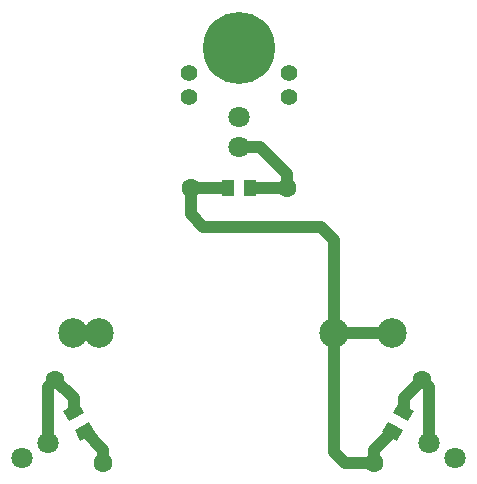
<source format=gbl>
%TF.GenerationSoftware,KiCad,Pcbnew,4.0.6-e0-6349~53~ubuntu16.04.1*%
%TF.CreationDate,2017-05-19T13:32:49+05:30*%
%TF.ProjectId,MAP4,4D4150342E6B696361645F7063620000,1*%
%TF.FileFunction,Copper,L2,Bot,Signal*%
%FSLAX46Y46*%
G04 Gerber Fmt 4.6, Leading zero omitted, Abs format (unit mm)*
G04 Created by KiCad (PCBNEW 4.0.6-e0-6349~53~ubuntu16.04.1) date Fri May 19 13:32:49 2017*
%MOMM*%
%LPD*%
G01*
G04 APERTURE LIST*
%ADD10C,0.050800*%
%ADD11C,6.096000*%
%ADD12R,1.000000X1.450000*%
%ADD13C,1.600000*%
%ADD14C,1.400000*%
%ADD15C,2.500000*%
%ADD16C,1.800000*%
%ADD17C,1.000000*%
G04 APERTURE END LIST*
D10*
D11*
X150000000Y-75850000D03*
D12*
X150950000Y-87750000D03*
X149050000Y-87750000D03*
D13*
X154064000Y-87750000D03*
X145936000Y-87750000D03*
D10*
G36*
X136902868Y-106747789D02*
X135647132Y-107472789D01*
X135147132Y-106606763D01*
X136402868Y-105881763D01*
X136902868Y-106747789D01*
X136902868Y-106747789D01*
G37*
G36*
X137852868Y-108393237D02*
X136597132Y-109118237D01*
X136097132Y-108252211D01*
X137352868Y-107527211D01*
X137852868Y-108393237D01*
X137852868Y-108393237D01*
G37*
D13*
X134468000Y-103980473D03*
X138532000Y-111019527D03*
D10*
G36*
X164352868Y-107472789D02*
X163097132Y-106747789D01*
X163597132Y-105881763D01*
X164852868Y-106606763D01*
X164352868Y-107472789D01*
X164352868Y-107472789D01*
G37*
G36*
X163402868Y-109118237D02*
X162147132Y-108393237D01*
X162647132Y-107527211D01*
X163902868Y-108252211D01*
X163402868Y-109118237D01*
X163402868Y-109118237D01*
G37*
D13*
X165532000Y-103980473D03*
X161468000Y-111019527D03*
D14*
X145750000Y-80000000D03*
X145750000Y-78000000D03*
X154250000Y-80000000D03*
X154250000Y-78000000D03*
D15*
X158100000Y-100000000D03*
X138200000Y-100000000D03*
X136000000Y-100000000D03*
X163000000Y-100000000D03*
D16*
X131650148Y-110635000D03*
X133849852Y-109365000D03*
X168349852Y-110635000D03*
X166150148Y-109365000D03*
X150000000Y-81730000D03*
X150000000Y-84270000D03*
D17*
X138200000Y-100000000D02*
X136000000Y-100000000D01*
X158100000Y-110100000D02*
X159019527Y-111019527D01*
X159019527Y-111019527D02*
X161468000Y-111019527D01*
X158100000Y-100000000D02*
X158100000Y-110100000D01*
X158100000Y-100000000D02*
X158100000Y-92100000D01*
X158100000Y-92100000D02*
X157000000Y-91000000D01*
X157000000Y-91000000D02*
X147000000Y-91000000D01*
X147000000Y-91000000D02*
X145936000Y-89936000D01*
X145936000Y-89936000D02*
X145936000Y-87750000D01*
X149050000Y-87750000D02*
X145936000Y-87750000D01*
X161468000Y-111019527D02*
X161468000Y-109879724D01*
X161468000Y-109879724D02*
X163025000Y-108322724D01*
X138532000Y-111019527D02*
X138532000Y-109879724D01*
X138532000Y-109879724D02*
X136975000Y-108322724D01*
X158100000Y-100000000D02*
X163000000Y-100000000D01*
X150950000Y-87750000D02*
X154064000Y-87750000D01*
X150000000Y-84270000D02*
X151770000Y-84270000D01*
X154064000Y-86564000D02*
X154064000Y-87750000D01*
X151770000Y-84270000D02*
X154064000Y-86564000D01*
X163975000Y-106677276D02*
X163975000Y-105537473D01*
X163975000Y-105537473D02*
X165532000Y-103980473D01*
X166150148Y-109365000D02*
X166150148Y-104598621D01*
X166150148Y-104598621D02*
X165532000Y-103980473D01*
X136025000Y-106677276D02*
X136025000Y-105537473D01*
X136025000Y-105537473D02*
X134468000Y-103980473D01*
X133849852Y-104598621D02*
X134468000Y-103980473D01*
X133849852Y-109365000D02*
X133849852Y-104598621D01*
M02*

</source>
